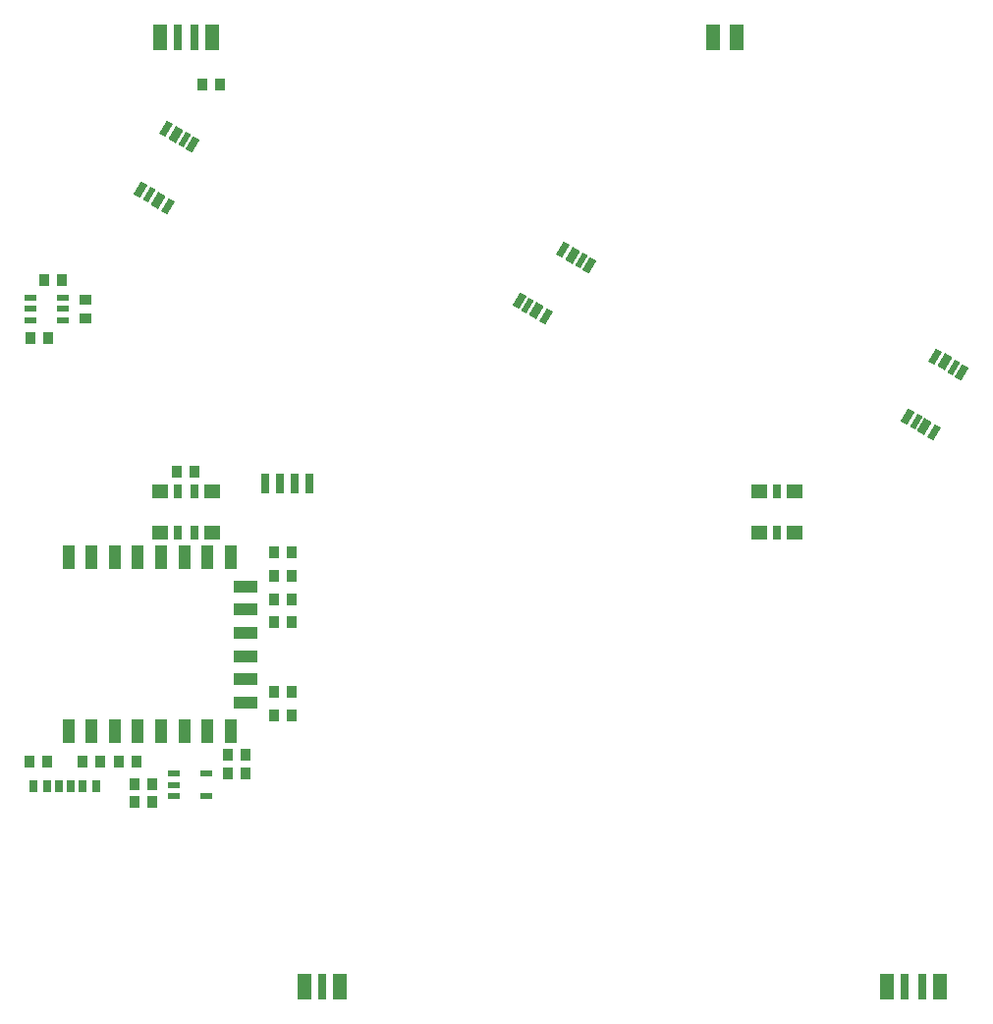
<source format=gtp>
G04*
G04 #@! TF.GenerationSoftware,Altium Limited,Altium Designer,20.0.2 (26)*
G04*
G04 Layer_Color=7318015*
%FSLAX25Y25*%
%MOIN*%
G70*
G01*
G75*
%ADD15R,0.03937X0.07874*%
%ADD16R,0.07874X0.03937*%
%ADD17R,0.03150X0.04409*%
%ADD18R,0.03150X0.07087*%
%ADD19R,0.04331X0.02362*%
%ADD20R,0.03661X0.03858*%
%ADD21R,0.03858X0.03661*%
G04:AMPARAMS|DCode=22|XSize=23.62mil|YSize=51.18mil|CornerRadius=0mil|HoleSize=0mil|Usage=FLASHONLY|Rotation=149.000|XOffset=0mil|YOffset=0mil|HoleType=Round|Shape=Rectangle|*
%AMROTATEDRECTD22*
4,1,4,0.02330,0.01585,-0.00306,-0.02802,-0.02330,-0.01585,0.00306,0.02802,0.02330,0.01585,0.0*
%
%ADD22ROTATEDRECTD22*%

G04:AMPARAMS|DCode=23|XSize=29.53mil|YSize=51.18mil|CornerRadius=0mil|HoleSize=0mil|Usage=FLASHONLY|Rotation=149.000|XOffset=0mil|YOffset=0mil|HoleType=Round|Shape=Rectangle|*
%AMROTATEDRECTD23*
4,1,4,0.02584,0.01433,-0.00053,-0.02954,-0.02584,-0.01433,0.00053,0.02954,0.02584,0.01433,0.0*
%
%ADD23ROTATEDRECTD23*%

G04:AMPARAMS|DCode=24|XSize=19.68mil|YSize=51.18mil|CornerRadius=0mil|HoleSize=0mil|Usage=FLASHONLY|Rotation=149.000|XOffset=0mil|YOffset=0mil|HoleType=Round|Shape=Rectangle|*
%AMROTATEDRECTD24*
4,1,4,0.02162,0.01687,-0.00474,-0.02701,-0.02162,-0.01687,0.00474,0.02701,0.02162,0.01687,0.0*
%
%ADD24ROTATEDRECTD24*%

G04:AMPARAMS|DCode=25|XSize=25.59mil|YSize=51.18mil|CornerRadius=0mil|HoleSize=0mil|Usage=FLASHONLY|Rotation=149.000|XOffset=0mil|YOffset=0mil|HoleType=Round|Shape=Rectangle|*
%AMROTATEDRECTD25*
4,1,4,0.02415,0.01535,-0.00221,-0.02853,-0.02415,-0.01535,0.00221,0.02853,0.02415,0.01535,0.0*
%
%ADD25ROTATEDRECTD25*%

%ADD26R,0.02756X0.08661*%
%ADD27R,0.05118X0.08661*%
%ADD28R,0.05787X0.04567*%
%ADD29R,0.02756X0.04921*%
D15*
X33465Y-74410D02*
D03*
X41339D02*
D03*
X49213D02*
D03*
X57087D02*
D03*
X64961D02*
D03*
X72835D02*
D03*
X80709D02*
D03*
X88583D02*
D03*
X88583Y-15354D02*
D03*
X80709D02*
D03*
X72835D02*
D03*
X64961D02*
D03*
X57087D02*
D03*
X49213D02*
D03*
X41339D02*
D03*
X33465D02*
D03*
D16*
X93701Y-64567D02*
D03*
Y-56693D02*
D03*
Y-48819D02*
D03*
Y-40945D02*
D03*
Y-33071D02*
D03*
Y-25197D02*
D03*
D17*
X21457Y-93012D02*
D03*
X26299D02*
D03*
X30315D02*
D03*
X34252D02*
D03*
X38268D02*
D03*
X43110D02*
D03*
D18*
X115354Y9843D02*
D03*
X110354D02*
D03*
X105354D02*
D03*
X100354D02*
D03*
D19*
X31496Y65158D02*
D03*
Y68898D02*
D03*
Y72638D02*
D03*
X20472D02*
D03*
Y68898D02*
D03*
Y65158D02*
D03*
X69291Y-88779D02*
D03*
Y-92520D02*
D03*
Y-96260D02*
D03*
X80315D02*
D03*
Y-88779D02*
D03*
D20*
X109331Y-68898D02*
D03*
X103268D02*
D03*
X103268Y-29528D02*
D03*
X109331D02*
D03*
X109331Y-37402D02*
D03*
X103268D02*
D03*
X109331Y-21654D02*
D03*
X103268D02*
D03*
X56575Y-84646D02*
D03*
X50512D02*
D03*
X109331Y-61024D02*
D03*
X103268D02*
D03*
X20197Y-84646D02*
D03*
X26260D02*
D03*
X44370D02*
D03*
X38307D02*
D03*
X62087Y-98425D02*
D03*
X56024D02*
D03*
X70197Y13780D02*
D03*
X76260D02*
D03*
X109331Y-13780D02*
D03*
X103268D02*
D03*
X84921Y144882D02*
D03*
X78858D02*
D03*
X25315Y78740D02*
D03*
X31378D02*
D03*
X20591Y59055D02*
D03*
X26654D02*
D03*
X93583Y-82284D02*
D03*
X87520D02*
D03*
X93583Y-88583D02*
D03*
X87520D02*
D03*
X56024Y-92126D02*
D03*
X62087D02*
D03*
D21*
X39370Y65866D02*
D03*
Y71929D02*
D03*
D22*
X327751Y52869D02*
D03*
X201373Y89090D02*
D03*
X66727Y130034D02*
D03*
X327367Y27052D02*
D03*
X195478Y66422D02*
D03*
X67131Y103824D02*
D03*
D23*
X331041Y50892D02*
D03*
X204663Y87113D02*
D03*
X70017Y128058D02*
D03*
X324077Y29029D02*
D03*
X192187Y68399D02*
D03*
X63841Y105801D02*
D03*
D24*
X333994Y49118D02*
D03*
X207616Y85338D02*
D03*
X72970Y126283D02*
D03*
X321124Y30803D02*
D03*
X189234Y70173D02*
D03*
X60888Y107575D02*
D03*
D25*
X336778Y47445D02*
D03*
X210400Y83666D02*
D03*
X75754Y124610D02*
D03*
X318340Y32476D02*
D03*
X186450Y71846D02*
D03*
X58104Y109248D02*
D03*
D26*
X70473Y161024D02*
D03*
X76378D02*
D03*
X119685Y-161024D02*
D03*
X323228Y-161024D02*
D03*
X317323D02*
D03*
D27*
X64567Y161024D02*
D03*
X82284D02*
D03*
X125591Y-161024D02*
D03*
X113779D02*
D03*
X125591D02*
D03*
X113779D02*
D03*
X252362Y161024D02*
D03*
X260236D02*
D03*
X329134Y-161024D02*
D03*
X311417D02*
D03*
D28*
X279922Y-7054D02*
D03*
X279922Y7119D02*
D03*
X268110Y7112D02*
D03*
X268110Y-7062D02*
D03*
X82284Y7094D02*
D03*
X64567D02*
D03*
X82284Y-7079D02*
D03*
X64567D02*
D03*
D29*
X274016Y-7062D02*
D03*
X274016Y7112D02*
D03*
X76378Y-7079D02*
D03*
X70473Y-7071D02*
D03*
X76378Y7087D02*
D03*
X70473Y7094D02*
D03*
M02*

</source>
